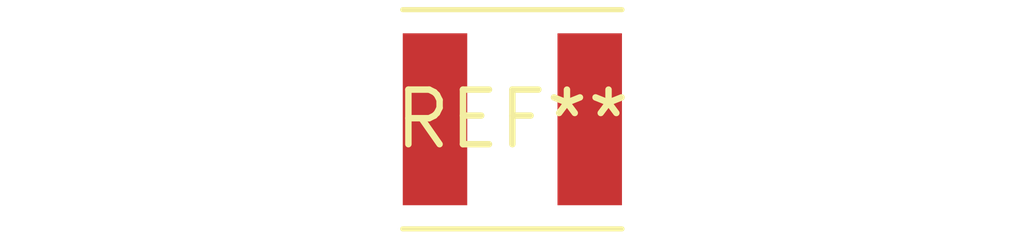
<source format=kicad_pcb>
(kicad_pcb (version 20240108) (generator pcbnew)
  (layers (0 "F.Cu" signal) (31 "B.Cu" signal) (34 "B.Paste" user) (35 "F.Paste" user) (36 "B.SilkS" user "B.Silkscreen") (37 "F.SilkS" user "F.Silkscreen") (38 "B.Mask" user) (39 "F.Mask" user) (44 "Edge.Cuts" user))
  (net 0 "")
  (footprint "L_Taiyo-Yuden_NR-50xx" (layer "F.Cu") (at 0 0)
    (property "Reference" "REF**")
    (property "Value" "L_Taiyo-Yuden_NR-50xx")
    (fp_line (start -2.55 -2.55) (end 2.55 -2.55) (layer "F.SilkS") (stroke (width 0.12)))
    (fp_line (start -2.55 2.55) (end 2.55 2.55) (layer "F.SilkS") (stroke (width 0.12)))
    (pad "1" smd rect (at -1.8 0) (size 1.5 4) (layers "F.Cu" "F.Paste" "F.Mask"))
    (pad "2" smd rect (at 1.8 0) (size 1.5 4) (layers "F.Cu" "F.Paste" "F.Mask"))
  )
)
</source>
